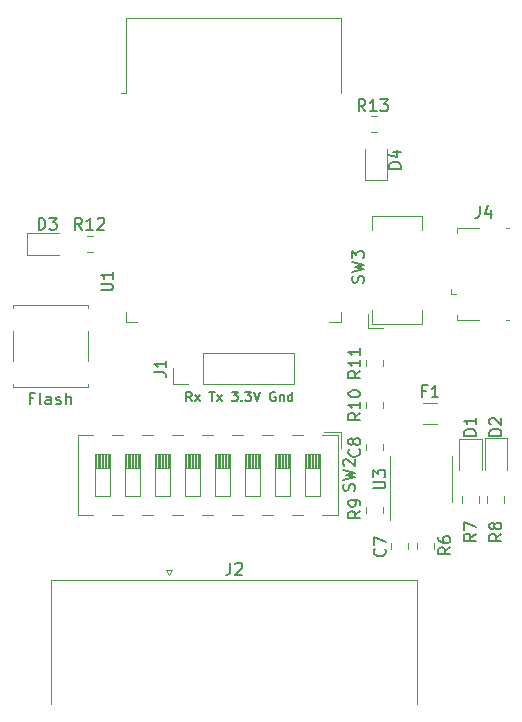
<source format=gto>
G04 #@! TF.GenerationSoftware,KiCad,Pcbnew,5.0.2-bee76a0~70~ubuntu18.04.1*
G04 #@! TF.CreationDate,2019-03-24T19:46:42+10:00*
G04 #@! TF.ProjectId,esp32_rs232_adapter,65737033-325f-4727-9332-33325f616461,rev?*
G04 #@! TF.SameCoordinates,Original*
G04 #@! TF.FileFunction,Legend,Top*
G04 #@! TF.FilePolarity,Positive*
%FSLAX46Y46*%
G04 Gerber Fmt 4.6, Leading zero omitted, Abs format (unit mm)*
G04 Created by KiCad (PCBNEW 5.0.2-bee76a0~70~ubuntu18.04.1) date Sun 24 Mar 2019 19:46:42 AEST*
%MOMM*%
%LPD*%
G01*
G04 APERTURE LIST*
%ADD10C,0.200000*%
%ADD11C,0.120000*%
%ADD12C,0.150000*%
G04 APERTURE END LIST*
D10*
X151409904Y-111867904D02*
X151143238Y-111486952D01*
X150952761Y-111867904D02*
X150952761Y-111067904D01*
X151257523Y-111067904D01*
X151333714Y-111106000D01*
X151371809Y-111144095D01*
X151409904Y-111220285D01*
X151409904Y-111334571D01*
X151371809Y-111410761D01*
X151333714Y-111448857D01*
X151257523Y-111486952D01*
X150952761Y-111486952D01*
X151676571Y-111867904D02*
X152095619Y-111334571D01*
X151676571Y-111334571D02*
X152095619Y-111867904D01*
X152895619Y-111067904D02*
X153352761Y-111067904D01*
X153124190Y-111867904D02*
X153124190Y-111067904D01*
X153543238Y-111867904D02*
X153962285Y-111334571D01*
X153543238Y-111334571D02*
X153962285Y-111867904D01*
X154800380Y-111067904D02*
X155295619Y-111067904D01*
X155028952Y-111372666D01*
X155143238Y-111372666D01*
X155219428Y-111410761D01*
X155257523Y-111448857D01*
X155295619Y-111525047D01*
X155295619Y-111715523D01*
X155257523Y-111791714D01*
X155219428Y-111829809D01*
X155143238Y-111867904D01*
X154914666Y-111867904D01*
X154838476Y-111829809D01*
X154800380Y-111791714D01*
X155638476Y-111791714D02*
X155676571Y-111829809D01*
X155638476Y-111867904D01*
X155600380Y-111829809D01*
X155638476Y-111791714D01*
X155638476Y-111867904D01*
X155943238Y-111067904D02*
X156438476Y-111067904D01*
X156171809Y-111372666D01*
X156286095Y-111372666D01*
X156362285Y-111410761D01*
X156400380Y-111448857D01*
X156438476Y-111525047D01*
X156438476Y-111715523D01*
X156400380Y-111791714D01*
X156362285Y-111829809D01*
X156286095Y-111867904D01*
X156057523Y-111867904D01*
X155981333Y-111829809D01*
X155943238Y-111791714D01*
X156667047Y-111067904D02*
X156933714Y-111867904D01*
X157200380Y-111067904D01*
X158495619Y-111106000D02*
X158419428Y-111067904D01*
X158305142Y-111067904D01*
X158190857Y-111106000D01*
X158114666Y-111182190D01*
X158076571Y-111258380D01*
X158038476Y-111410761D01*
X158038476Y-111525047D01*
X158076571Y-111677428D01*
X158114666Y-111753619D01*
X158190857Y-111829809D01*
X158305142Y-111867904D01*
X158381333Y-111867904D01*
X158495619Y-111829809D01*
X158533714Y-111791714D01*
X158533714Y-111525047D01*
X158381333Y-111525047D01*
X158876571Y-111334571D02*
X158876571Y-111867904D01*
X158876571Y-111410761D02*
X158914666Y-111372666D01*
X158990857Y-111334571D01*
X159105142Y-111334571D01*
X159181333Y-111372666D01*
X159219428Y-111448857D01*
X159219428Y-111867904D01*
X159943238Y-111867904D02*
X159943238Y-111067904D01*
X159943238Y-111829809D02*
X159867047Y-111867904D01*
X159714666Y-111867904D01*
X159638476Y-111829809D01*
X159600380Y-111791714D01*
X159562285Y-111715523D01*
X159562285Y-111486952D01*
X159600380Y-111410761D01*
X159638476Y-111372666D01*
X159714666Y-111334571D01*
X159867047Y-111334571D01*
X159943238Y-111372666D01*
D11*
G04 #@! TO.C,F1*
X170971936Y-111993000D02*
X172176064Y-111993000D01*
X170971936Y-113813000D02*
X172176064Y-113813000D01*
G04 #@! TO.C,C7*
X168327000Y-123898922D02*
X168327000Y-124416078D01*
X169747000Y-123898922D02*
X169747000Y-124416078D01*
G04 #@! TO.C,C8*
X167588000Y-115516922D02*
X167588000Y-116034078D01*
X166168000Y-115516922D02*
X166168000Y-116034078D01*
G04 #@! TO.C,D3*
X140143500Y-97592000D02*
X137458500Y-97592000D01*
X137458500Y-97592000D02*
X137458500Y-99512000D01*
X137458500Y-99512000D02*
X140143500Y-99512000D01*
G04 #@! TO.C,D4*
X167965000Y-93173500D02*
X167965000Y-90488500D01*
X166045000Y-93173500D02*
X167965000Y-93173500D01*
X166045000Y-90488500D02*
X166045000Y-93173500D01*
G04 #@! TO.C,J1*
X160080000Y-110423000D02*
X160080000Y-107763000D01*
X152400000Y-110423000D02*
X160080000Y-110423000D01*
X152400000Y-107763000D02*
X160080000Y-107763000D01*
X152400000Y-110423000D02*
X152400000Y-107763000D01*
X151130000Y-110423000D02*
X149800000Y-110423000D01*
X149800000Y-110423000D02*
X149800000Y-109093000D01*
G04 #@! TO.C,J4*
X173878500Y-104992000D02*
X173878500Y-104542000D01*
X175728500Y-104992000D02*
X173878500Y-104992000D01*
X178278500Y-97192000D02*
X178028500Y-97192000D01*
X178278500Y-104992000D02*
X178028500Y-104992000D01*
X175728500Y-97192000D02*
X173878500Y-97192000D01*
X173878500Y-97192000D02*
X173878500Y-97642000D01*
X173328500Y-102792000D02*
X173328500Y-102342000D01*
X173328500Y-102792000D02*
X173778500Y-102792000D01*
G04 #@! TO.C,R6*
X170486000Y-123898922D02*
X170486000Y-124416078D01*
X171906000Y-123898922D02*
X171906000Y-124416078D01*
G04 #@! TO.C,R7*
X175716000Y-120449078D02*
X175716000Y-119931922D01*
X174296000Y-120449078D02*
X174296000Y-119931922D01*
G04 #@! TO.C,R8*
X176455000Y-120449078D02*
X176455000Y-119931922D01*
X177875000Y-120449078D02*
X177875000Y-119931922D01*
G04 #@! TO.C,R9*
X167588000Y-120820922D02*
X167588000Y-121338078D01*
X166168000Y-120820922D02*
X166168000Y-121338078D01*
G04 #@! TO.C,R10*
X167588000Y-112478078D02*
X167588000Y-111960922D01*
X166168000Y-112478078D02*
X166168000Y-111960922D01*
G04 #@! TO.C,R11*
X166168000Y-108922078D02*
X166168000Y-108404922D01*
X167588000Y-108922078D02*
X167588000Y-108404922D01*
G04 #@! TO.C,R12*
X143055078Y-97842000D02*
X142537922Y-97842000D01*
X143055078Y-99262000D02*
X142537922Y-99262000D01*
G04 #@! TO.C,R13*
X166570922Y-89102000D02*
X167088078Y-89102000D01*
X166570922Y-87682000D02*
X167088078Y-87682000D01*
G04 #@! TO.C,Flash*
X142596000Y-110388000D02*
X142596000Y-110638000D01*
X142596000Y-110638000D02*
X136296000Y-110638000D01*
X136296000Y-110638000D02*
X136296000Y-110388000D01*
X142596000Y-105888000D02*
X142596000Y-108488000D01*
X136296000Y-103988000D02*
X136296000Y-103738000D01*
X136296000Y-103738000D02*
X142596000Y-103738000D01*
X142596000Y-103738000D02*
X142596000Y-103988000D01*
X136296000Y-108488000D02*
X136296000Y-105888000D01*
G04 #@! TO.C,U1*
X145820000Y-104350000D02*
X145820000Y-105130000D01*
X145820000Y-105130000D02*
X146820000Y-105130000D01*
X164060000Y-104350000D02*
X164060000Y-105130000D01*
X164060000Y-105130000D02*
X163060000Y-105130000D01*
X145820000Y-79385000D02*
X164060000Y-79385000D01*
X164060000Y-79385000D02*
X164060000Y-85805000D01*
X145820000Y-79385000D02*
X145820000Y-85805000D01*
X145820000Y-85805000D02*
X145440000Y-85805000D01*
G04 #@! TO.C,U3*
X173450000Y-118491000D02*
X173450000Y-116541000D01*
X173450000Y-118491000D02*
X173450000Y-120441000D01*
X168180000Y-118491000D02*
X168180000Y-116541000D01*
X168180000Y-118491000D02*
X168180000Y-121941000D01*
G04 #@! TO.C,SW2*
X163781000Y-114700000D02*
X163781000Y-121520000D01*
X141780000Y-114700000D02*
X141780000Y-121520000D01*
X163781000Y-114700000D02*
X162471000Y-114700000D01*
X160871000Y-114700000D02*
X159931000Y-114700000D01*
X158331000Y-114700000D02*
X157391000Y-114700000D01*
X155791000Y-114700000D02*
X154851000Y-114700000D01*
X153251000Y-114700000D02*
X152311000Y-114700000D01*
X150711000Y-114700000D02*
X149771000Y-114700000D01*
X148171000Y-114700000D02*
X147231000Y-114700000D01*
X145631000Y-114700000D02*
X144691000Y-114700000D01*
X143091000Y-114700000D02*
X141780000Y-114700000D01*
X143091000Y-121520000D02*
X141780000Y-121520000D01*
X145630000Y-121520000D02*
X144691000Y-121520000D01*
X148170000Y-121520000D02*
X147230000Y-121520000D01*
X150710000Y-121520000D02*
X149770000Y-121520000D01*
X153250000Y-121520000D02*
X152310000Y-121520000D01*
X155790000Y-121520000D02*
X154850000Y-121520000D01*
X158330000Y-121520000D02*
X157390000Y-121520000D01*
X163781000Y-121520000D02*
X162471000Y-121520000D01*
X160870000Y-121520000D02*
X159930000Y-121520000D01*
X164021000Y-114460000D02*
X164021000Y-115843000D01*
X164021000Y-114460000D02*
X162638000Y-114460000D01*
X162306000Y-116300000D02*
X161036000Y-116300000D01*
X161036000Y-116300000D02*
X161036000Y-119920000D01*
X161036000Y-119920000D02*
X162306000Y-119920000D01*
X162306000Y-119920000D02*
X162306000Y-116300000D01*
X162186000Y-116300000D02*
X162186000Y-117506667D01*
X162066000Y-116300000D02*
X162066000Y-117506667D01*
X161946000Y-116300000D02*
X161946000Y-117506667D01*
X161826000Y-116300000D02*
X161826000Y-117506667D01*
X161706000Y-116300000D02*
X161706000Y-117506667D01*
X161586000Y-116300000D02*
X161586000Y-117506667D01*
X161466000Y-116300000D02*
X161466000Y-117506667D01*
X161346000Y-116300000D02*
X161346000Y-117506667D01*
X161226000Y-116300000D02*
X161226000Y-117506667D01*
X161106000Y-116300000D02*
X161106000Y-117506667D01*
X162306000Y-117506667D02*
X161036000Y-117506667D01*
X159766000Y-116300000D02*
X158496000Y-116300000D01*
X158496000Y-116300000D02*
X158496000Y-119920000D01*
X158496000Y-119920000D02*
X159766000Y-119920000D01*
X159766000Y-119920000D02*
X159766000Y-116300000D01*
X159646000Y-116300000D02*
X159646000Y-117506667D01*
X159526000Y-116300000D02*
X159526000Y-117506667D01*
X159406000Y-116300000D02*
X159406000Y-117506667D01*
X159286000Y-116300000D02*
X159286000Y-117506667D01*
X159166000Y-116300000D02*
X159166000Y-117506667D01*
X159046000Y-116300000D02*
X159046000Y-117506667D01*
X158926000Y-116300000D02*
X158926000Y-117506667D01*
X158806000Y-116300000D02*
X158806000Y-117506667D01*
X158686000Y-116300000D02*
X158686000Y-117506667D01*
X158566000Y-116300000D02*
X158566000Y-117506667D01*
X159766000Y-117506667D02*
X158496000Y-117506667D01*
X157226000Y-116300000D02*
X155956000Y-116300000D01*
X155956000Y-116300000D02*
X155956000Y-119920000D01*
X155956000Y-119920000D02*
X157226000Y-119920000D01*
X157226000Y-119920000D02*
X157226000Y-116300000D01*
X157106000Y-116300000D02*
X157106000Y-117506667D01*
X156986000Y-116300000D02*
X156986000Y-117506667D01*
X156866000Y-116300000D02*
X156866000Y-117506667D01*
X156746000Y-116300000D02*
X156746000Y-117506667D01*
X156626000Y-116300000D02*
X156626000Y-117506667D01*
X156506000Y-116300000D02*
X156506000Y-117506667D01*
X156386000Y-116300000D02*
X156386000Y-117506667D01*
X156266000Y-116300000D02*
X156266000Y-117506667D01*
X156146000Y-116300000D02*
X156146000Y-117506667D01*
X156026000Y-116300000D02*
X156026000Y-117506667D01*
X157226000Y-117506667D02*
X155956000Y-117506667D01*
X154686000Y-116300000D02*
X153416000Y-116300000D01*
X153416000Y-116300000D02*
X153416000Y-119920000D01*
X153416000Y-119920000D02*
X154686000Y-119920000D01*
X154686000Y-119920000D02*
X154686000Y-116300000D01*
X154566000Y-116300000D02*
X154566000Y-117506667D01*
X154446000Y-116300000D02*
X154446000Y-117506667D01*
X154326000Y-116300000D02*
X154326000Y-117506667D01*
X154206000Y-116300000D02*
X154206000Y-117506667D01*
X154086000Y-116300000D02*
X154086000Y-117506667D01*
X153966000Y-116300000D02*
X153966000Y-117506667D01*
X153846000Y-116300000D02*
X153846000Y-117506667D01*
X153726000Y-116300000D02*
X153726000Y-117506667D01*
X153606000Y-116300000D02*
X153606000Y-117506667D01*
X153486000Y-116300000D02*
X153486000Y-117506667D01*
X154686000Y-117506667D02*
X153416000Y-117506667D01*
X152146000Y-116300000D02*
X150876000Y-116300000D01*
X150876000Y-116300000D02*
X150876000Y-119920000D01*
X150876000Y-119920000D02*
X152146000Y-119920000D01*
X152146000Y-119920000D02*
X152146000Y-116300000D01*
X152026000Y-116300000D02*
X152026000Y-117506667D01*
X151906000Y-116300000D02*
X151906000Y-117506667D01*
X151786000Y-116300000D02*
X151786000Y-117506667D01*
X151666000Y-116300000D02*
X151666000Y-117506667D01*
X151546000Y-116300000D02*
X151546000Y-117506667D01*
X151426000Y-116300000D02*
X151426000Y-117506667D01*
X151306000Y-116300000D02*
X151306000Y-117506667D01*
X151186000Y-116300000D02*
X151186000Y-117506667D01*
X151066000Y-116300000D02*
X151066000Y-117506667D01*
X150946000Y-116300000D02*
X150946000Y-117506667D01*
X152146000Y-117506667D02*
X150876000Y-117506667D01*
X149606000Y-116300000D02*
X148336000Y-116300000D01*
X148336000Y-116300000D02*
X148336000Y-119920000D01*
X148336000Y-119920000D02*
X149606000Y-119920000D01*
X149606000Y-119920000D02*
X149606000Y-116300000D01*
X149486000Y-116300000D02*
X149486000Y-117506667D01*
X149366000Y-116300000D02*
X149366000Y-117506667D01*
X149246000Y-116300000D02*
X149246000Y-117506667D01*
X149126000Y-116300000D02*
X149126000Y-117506667D01*
X149006000Y-116300000D02*
X149006000Y-117506667D01*
X148886000Y-116300000D02*
X148886000Y-117506667D01*
X148766000Y-116300000D02*
X148766000Y-117506667D01*
X148646000Y-116300000D02*
X148646000Y-117506667D01*
X148526000Y-116300000D02*
X148526000Y-117506667D01*
X148406000Y-116300000D02*
X148406000Y-117506667D01*
X149606000Y-117506667D02*
X148336000Y-117506667D01*
X147066000Y-116300000D02*
X145796000Y-116300000D01*
X145796000Y-116300000D02*
X145796000Y-119920000D01*
X145796000Y-119920000D02*
X147066000Y-119920000D01*
X147066000Y-119920000D02*
X147066000Y-116300000D01*
X146946000Y-116300000D02*
X146946000Y-117506667D01*
X146826000Y-116300000D02*
X146826000Y-117506667D01*
X146706000Y-116300000D02*
X146706000Y-117506667D01*
X146586000Y-116300000D02*
X146586000Y-117506667D01*
X146466000Y-116300000D02*
X146466000Y-117506667D01*
X146346000Y-116300000D02*
X146346000Y-117506667D01*
X146226000Y-116300000D02*
X146226000Y-117506667D01*
X146106000Y-116300000D02*
X146106000Y-117506667D01*
X145986000Y-116300000D02*
X145986000Y-117506667D01*
X145866000Y-116300000D02*
X145866000Y-117506667D01*
X147066000Y-117506667D02*
X145796000Y-117506667D01*
X144526000Y-116300000D02*
X143256000Y-116300000D01*
X143256000Y-116300000D02*
X143256000Y-119920000D01*
X143256000Y-119920000D02*
X144526000Y-119920000D01*
X144526000Y-119920000D02*
X144526000Y-116300000D01*
X144406000Y-116300000D02*
X144406000Y-117506667D01*
X144286000Y-116300000D02*
X144286000Y-117506667D01*
X144166000Y-116300000D02*
X144166000Y-117506667D01*
X144046000Y-116300000D02*
X144046000Y-117506667D01*
X143926000Y-116300000D02*
X143926000Y-117506667D01*
X143806000Y-116300000D02*
X143806000Y-117506667D01*
X143686000Y-116300000D02*
X143686000Y-117506667D01*
X143566000Y-116300000D02*
X143566000Y-117506667D01*
X143446000Y-116300000D02*
X143446000Y-117506667D01*
X143326000Y-116300000D02*
X143326000Y-117506667D01*
X144526000Y-117506667D02*
X143256000Y-117506667D01*
G04 #@! TO.C,D1*
X175966000Y-117713000D02*
X175966000Y-115028000D01*
X175966000Y-115028000D02*
X174046000Y-115028000D01*
X174046000Y-115028000D02*
X174046000Y-117713000D01*
G04 #@! TO.C,D2*
X176205000Y-114979500D02*
X176205000Y-117664500D01*
X178125000Y-114979500D02*
X176205000Y-114979500D01*
X178125000Y-117664500D02*
X178125000Y-114979500D01*
G04 #@! TO.C,J2*
X139534000Y-137514000D02*
X139534000Y-127034000D01*
X139534000Y-127034000D02*
X170504000Y-127034000D01*
X170504000Y-127034000D02*
X170504000Y-137514000D01*
X149229000Y-126139662D02*
X149729000Y-126139662D01*
X149729000Y-126139662D02*
X149479000Y-126572675D01*
X149479000Y-126572675D02*
X149229000Y-126139662D01*
G04 #@! TO.C,SW3*
X166382000Y-105651000D02*
X167582000Y-105651000D01*
X166382000Y-104451000D02*
X166382000Y-105651000D01*
X170882000Y-96151000D02*
X170882000Y-97351000D01*
X166682000Y-96151000D02*
X170882000Y-96151000D01*
X166682000Y-97351000D02*
X166682000Y-96151000D01*
X170882000Y-105351000D02*
X170882000Y-104151000D01*
X166682000Y-105351000D02*
X170882000Y-105351000D01*
X166682000Y-104151000D02*
X166682000Y-105351000D01*
G04 #@! TO.C,F1*
D12*
X171240666Y-111011571D02*
X170907333Y-111011571D01*
X170907333Y-111535380D02*
X170907333Y-110535380D01*
X171383523Y-110535380D01*
X172288285Y-111535380D02*
X171716857Y-111535380D01*
X172002571Y-111535380D02*
X172002571Y-110535380D01*
X171907333Y-110678238D01*
X171812095Y-110773476D01*
X171716857Y-110821095D01*
G04 #@! TO.C,C7*
X167743142Y-124372666D02*
X167790761Y-124420285D01*
X167838380Y-124563142D01*
X167838380Y-124658380D01*
X167790761Y-124801238D01*
X167695523Y-124896476D01*
X167600285Y-124944095D01*
X167409809Y-124991714D01*
X167266952Y-124991714D01*
X167076476Y-124944095D01*
X166981238Y-124896476D01*
X166886000Y-124801238D01*
X166838380Y-124658380D01*
X166838380Y-124563142D01*
X166886000Y-124420285D01*
X166933619Y-124372666D01*
X166838380Y-124039333D02*
X166838380Y-123372666D01*
X167838380Y-123801238D01*
G04 #@! TO.C,C8*
X165584142Y-115942166D02*
X165631761Y-115989785D01*
X165679380Y-116132642D01*
X165679380Y-116227880D01*
X165631761Y-116370738D01*
X165536523Y-116465976D01*
X165441285Y-116513595D01*
X165250809Y-116561214D01*
X165107952Y-116561214D01*
X164917476Y-116513595D01*
X164822238Y-116465976D01*
X164727000Y-116370738D01*
X164679380Y-116227880D01*
X164679380Y-116132642D01*
X164727000Y-115989785D01*
X164774619Y-115942166D01*
X165107952Y-115370738D02*
X165060333Y-115465976D01*
X165012714Y-115513595D01*
X164917476Y-115561214D01*
X164869857Y-115561214D01*
X164774619Y-115513595D01*
X164727000Y-115465976D01*
X164679380Y-115370738D01*
X164679380Y-115180261D01*
X164727000Y-115085023D01*
X164774619Y-115037404D01*
X164869857Y-114989785D01*
X164917476Y-114989785D01*
X165012714Y-115037404D01*
X165060333Y-115085023D01*
X165107952Y-115180261D01*
X165107952Y-115370738D01*
X165155571Y-115465976D01*
X165203190Y-115513595D01*
X165298428Y-115561214D01*
X165488904Y-115561214D01*
X165584142Y-115513595D01*
X165631761Y-115465976D01*
X165679380Y-115370738D01*
X165679380Y-115180261D01*
X165631761Y-115085023D01*
X165584142Y-115037404D01*
X165488904Y-114989785D01*
X165298428Y-114989785D01*
X165203190Y-115037404D01*
X165155571Y-115085023D01*
X165107952Y-115180261D01*
G04 #@! TO.C,D3*
X138453904Y-97353380D02*
X138453904Y-96353380D01*
X138692000Y-96353380D01*
X138834857Y-96401000D01*
X138930095Y-96496238D01*
X138977714Y-96591476D01*
X139025333Y-96781952D01*
X139025333Y-96924809D01*
X138977714Y-97115285D01*
X138930095Y-97210523D01*
X138834857Y-97305761D01*
X138692000Y-97353380D01*
X138453904Y-97353380D01*
X139358666Y-96353380D02*
X139977714Y-96353380D01*
X139644380Y-96734333D01*
X139787238Y-96734333D01*
X139882476Y-96781952D01*
X139930095Y-96829571D01*
X139977714Y-96924809D01*
X139977714Y-97162904D01*
X139930095Y-97258142D01*
X139882476Y-97305761D01*
X139787238Y-97353380D01*
X139501523Y-97353380D01*
X139406285Y-97305761D01*
X139358666Y-97258142D01*
G04 #@! TO.C,D4*
X169108380Y-92178095D02*
X168108380Y-92178095D01*
X168108380Y-91940000D01*
X168156000Y-91797142D01*
X168251238Y-91701904D01*
X168346476Y-91654285D01*
X168536952Y-91606666D01*
X168679809Y-91606666D01*
X168870285Y-91654285D01*
X168965523Y-91701904D01*
X169060761Y-91797142D01*
X169108380Y-91940000D01*
X169108380Y-92178095D01*
X168441714Y-90749523D02*
X169108380Y-90749523D01*
X168060761Y-90987619D02*
X168775047Y-91225714D01*
X168775047Y-90606666D01*
G04 #@! TO.C,J1*
X148252380Y-109426333D02*
X148966666Y-109426333D01*
X149109523Y-109473952D01*
X149204761Y-109569190D01*
X149252380Y-109712047D01*
X149252380Y-109807285D01*
X149252380Y-108426333D02*
X149252380Y-108997761D01*
X149252380Y-108712047D02*
X148252380Y-108712047D01*
X148395238Y-108807285D01*
X148490476Y-108902523D01*
X148538095Y-108997761D01*
G04 #@! TO.C,J4*
X175815666Y-95337380D02*
X175815666Y-96051666D01*
X175768047Y-96194523D01*
X175672809Y-96289761D01*
X175529952Y-96337380D01*
X175434714Y-96337380D01*
X176720428Y-95670714D02*
X176720428Y-96337380D01*
X176482333Y-95289761D02*
X176244238Y-96004047D01*
X176863285Y-96004047D01*
G04 #@! TO.C,R6*
X173299380Y-124245666D02*
X172823190Y-124579000D01*
X173299380Y-124817095D02*
X172299380Y-124817095D01*
X172299380Y-124436142D01*
X172347000Y-124340904D01*
X172394619Y-124293285D01*
X172489857Y-124245666D01*
X172632714Y-124245666D01*
X172727952Y-124293285D01*
X172775571Y-124340904D01*
X172823190Y-124436142D01*
X172823190Y-124817095D01*
X172299380Y-123388523D02*
X172299380Y-123579000D01*
X172347000Y-123674238D01*
X172394619Y-123721857D01*
X172537476Y-123817095D01*
X172727952Y-123864714D01*
X173108904Y-123864714D01*
X173204142Y-123817095D01*
X173251761Y-123769476D01*
X173299380Y-123674238D01*
X173299380Y-123483761D01*
X173251761Y-123388523D01*
X173204142Y-123340904D01*
X173108904Y-123293285D01*
X172870809Y-123293285D01*
X172775571Y-123340904D01*
X172727952Y-123388523D01*
X172680333Y-123483761D01*
X172680333Y-123674238D01*
X172727952Y-123769476D01*
X172775571Y-123817095D01*
X172870809Y-123864714D01*
G04 #@! TO.C,R7*
X175458380Y-123102666D02*
X174982190Y-123436000D01*
X175458380Y-123674095D02*
X174458380Y-123674095D01*
X174458380Y-123293142D01*
X174506000Y-123197904D01*
X174553619Y-123150285D01*
X174648857Y-123102666D01*
X174791714Y-123102666D01*
X174886952Y-123150285D01*
X174934571Y-123197904D01*
X174982190Y-123293142D01*
X174982190Y-123674095D01*
X174458380Y-122769333D02*
X174458380Y-122102666D01*
X175458380Y-122531238D01*
G04 #@! TO.C,R8*
X177617380Y-123102666D02*
X177141190Y-123436000D01*
X177617380Y-123674095D02*
X176617380Y-123674095D01*
X176617380Y-123293142D01*
X176665000Y-123197904D01*
X176712619Y-123150285D01*
X176807857Y-123102666D01*
X176950714Y-123102666D01*
X177045952Y-123150285D01*
X177093571Y-123197904D01*
X177141190Y-123293142D01*
X177141190Y-123674095D01*
X177045952Y-122531238D02*
X176998333Y-122626476D01*
X176950714Y-122674095D01*
X176855476Y-122721714D01*
X176807857Y-122721714D01*
X176712619Y-122674095D01*
X176665000Y-122626476D01*
X176617380Y-122531238D01*
X176617380Y-122340761D01*
X176665000Y-122245523D01*
X176712619Y-122197904D01*
X176807857Y-122150285D01*
X176855476Y-122150285D01*
X176950714Y-122197904D01*
X176998333Y-122245523D01*
X177045952Y-122340761D01*
X177045952Y-122531238D01*
X177093571Y-122626476D01*
X177141190Y-122674095D01*
X177236428Y-122721714D01*
X177426904Y-122721714D01*
X177522142Y-122674095D01*
X177569761Y-122626476D01*
X177617380Y-122531238D01*
X177617380Y-122340761D01*
X177569761Y-122245523D01*
X177522142Y-122197904D01*
X177426904Y-122150285D01*
X177236428Y-122150285D01*
X177141190Y-122197904D01*
X177093571Y-122245523D01*
X177045952Y-122340761D01*
G04 #@! TO.C,R9*
X165679380Y-121167666D02*
X165203190Y-121501000D01*
X165679380Y-121739095D02*
X164679380Y-121739095D01*
X164679380Y-121358142D01*
X164727000Y-121262904D01*
X164774619Y-121215285D01*
X164869857Y-121167666D01*
X165012714Y-121167666D01*
X165107952Y-121215285D01*
X165155571Y-121262904D01*
X165203190Y-121358142D01*
X165203190Y-121739095D01*
X165679380Y-120691476D02*
X165679380Y-120501000D01*
X165631761Y-120405761D01*
X165584142Y-120358142D01*
X165441285Y-120262904D01*
X165250809Y-120215285D01*
X164869857Y-120215285D01*
X164774619Y-120262904D01*
X164727000Y-120310523D01*
X164679380Y-120405761D01*
X164679380Y-120596238D01*
X164727000Y-120691476D01*
X164774619Y-120739095D01*
X164869857Y-120786714D01*
X165107952Y-120786714D01*
X165203190Y-120739095D01*
X165250809Y-120691476D01*
X165298428Y-120596238D01*
X165298428Y-120405761D01*
X165250809Y-120310523D01*
X165203190Y-120262904D01*
X165107952Y-120215285D01*
G04 #@! TO.C,R10*
X165680380Y-112862357D02*
X165204190Y-113195690D01*
X165680380Y-113433785D02*
X164680380Y-113433785D01*
X164680380Y-113052833D01*
X164728000Y-112957595D01*
X164775619Y-112909976D01*
X164870857Y-112862357D01*
X165013714Y-112862357D01*
X165108952Y-112909976D01*
X165156571Y-112957595D01*
X165204190Y-113052833D01*
X165204190Y-113433785D01*
X165680380Y-111909976D02*
X165680380Y-112481404D01*
X165680380Y-112195690D02*
X164680380Y-112195690D01*
X164823238Y-112290928D01*
X164918476Y-112386166D01*
X164966095Y-112481404D01*
X164680380Y-111290928D02*
X164680380Y-111195690D01*
X164728000Y-111100452D01*
X164775619Y-111052833D01*
X164870857Y-111005214D01*
X165061333Y-110957595D01*
X165299428Y-110957595D01*
X165489904Y-111005214D01*
X165585142Y-111052833D01*
X165632761Y-111100452D01*
X165680380Y-111195690D01*
X165680380Y-111290928D01*
X165632761Y-111386166D01*
X165585142Y-111433785D01*
X165489904Y-111481404D01*
X165299428Y-111529023D01*
X165061333Y-111529023D01*
X164870857Y-111481404D01*
X164775619Y-111433785D01*
X164728000Y-111386166D01*
X164680380Y-111290928D01*
G04 #@! TO.C,R11*
X165680380Y-109306357D02*
X165204190Y-109639690D01*
X165680380Y-109877785D02*
X164680380Y-109877785D01*
X164680380Y-109496833D01*
X164728000Y-109401595D01*
X164775619Y-109353976D01*
X164870857Y-109306357D01*
X165013714Y-109306357D01*
X165108952Y-109353976D01*
X165156571Y-109401595D01*
X165204190Y-109496833D01*
X165204190Y-109877785D01*
X165680380Y-108353976D02*
X165680380Y-108925404D01*
X165680380Y-108639690D02*
X164680380Y-108639690D01*
X164823238Y-108734928D01*
X164918476Y-108830166D01*
X164966095Y-108925404D01*
X165680380Y-107401595D02*
X165680380Y-107973023D01*
X165680380Y-107687309D02*
X164680380Y-107687309D01*
X164823238Y-107782547D01*
X164918476Y-107877785D01*
X164966095Y-107973023D01*
G04 #@! TO.C,R12*
X142105142Y-97353380D02*
X141771809Y-96877190D01*
X141533714Y-97353380D02*
X141533714Y-96353380D01*
X141914666Y-96353380D01*
X142009904Y-96401000D01*
X142057523Y-96448619D01*
X142105142Y-96543857D01*
X142105142Y-96686714D01*
X142057523Y-96781952D01*
X142009904Y-96829571D01*
X141914666Y-96877190D01*
X141533714Y-96877190D01*
X143057523Y-97353380D02*
X142486095Y-97353380D01*
X142771809Y-97353380D02*
X142771809Y-96353380D01*
X142676571Y-96496238D01*
X142581333Y-96591476D01*
X142486095Y-96639095D01*
X143438476Y-96448619D02*
X143486095Y-96401000D01*
X143581333Y-96353380D01*
X143819428Y-96353380D01*
X143914666Y-96401000D01*
X143962285Y-96448619D01*
X144009904Y-96543857D01*
X144009904Y-96639095D01*
X143962285Y-96781952D01*
X143390857Y-97353380D01*
X144009904Y-97353380D01*
G04 #@! TO.C,R13*
X166108142Y-87320380D02*
X165774809Y-86844190D01*
X165536714Y-87320380D02*
X165536714Y-86320380D01*
X165917666Y-86320380D01*
X166012904Y-86368000D01*
X166060523Y-86415619D01*
X166108142Y-86510857D01*
X166108142Y-86653714D01*
X166060523Y-86748952D01*
X166012904Y-86796571D01*
X165917666Y-86844190D01*
X165536714Y-86844190D01*
X167060523Y-87320380D02*
X166489095Y-87320380D01*
X166774809Y-87320380D02*
X166774809Y-86320380D01*
X166679571Y-86463238D01*
X166584333Y-86558476D01*
X166489095Y-86606095D01*
X167393857Y-86320380D02*
X168012904Y-86320380D01*
X167679571Y-86701333D01*
X167822428Y-86701333D01*
X167917666Y-86748952D01*
X167965285Y-86796571D01*
X168012904Y-86891809D01*
X168012904Y-87129904D01*
X167965285Y-87225142D01*
X167917666Y-87272761D01*
X167822428Y-87320380D01*
X167536714Y-87320380D01*
X167441476Y-87272761D01*
X167393857Y-87225142D01*
G04 #@! TO.C,Flash*
X138017428Y-111616571D02*
X137684095Y-111616571D01*
X137684095Y-112140380D02*
X137684095Y-111140380D01*
X138160285Y-111140380D01*
X138684095Y-112140380D02*
X138588857Y-112092761D01*
X138541238Y-111997523D01*
X138541238Y-111140380D01*
X139493619Y-112140380D02*
X139493619Y-111616571D01*
X139446000Y-111521333D01*
X139350761Y-111473714D01*
X139160285Y-111473714D01*
X139065047Y-111521333D01*
X139493619Y-112092761D02*
X139398380Y-112140380D01*
X139160285Y-112140380D01*
X139065047Y-112092761D01*
X139017428Y-111997523D01*
X139017428Y-111902285D01*
X139065047Y-111807047D01*
X139160285Y-111759428D01*
X139398380Y-111759428D01*
X139493619Y-111711809D01*
X139922190Y-112092761D02*
X140017428Y-112140380D01*
X140207904Y-112140380D01*
X140303142Y-112092761D01*
X140350761Y-111997523D01*
X140350761Y-111949904D01*
X140303142Y-111854666D01*
X140207904Y-111807047D01*
X140065047Y-111807047D01*
X139969809Y-111759428D01*
X139922190Y-111664190D01*
X139922190Y-111616571D01*
X139969809Y-111521333D01*
X140065047Y-111473714D01*
X140207904Y-111473714D01*
X140303142Y-111521333D01*
X140779333Y-112140380D02*
X140779333Y-111140380D01*
X141207904Y-112140380D02*
X141207904Y-111616571D01*
X141160285Y-111521333D01*
X141065047Y-111473714D01*
X140922190Y-111473714D01*
X140826952Y-111521333D01*
X140779333Y-111568952D01*
G04 #@! TO.C,U1*
X143724380Y-102488904D02*
X144533904Y-102488904D01*
X144629142Y-102441285D01*
X144676761Y-102393666D01*
X144724380Y-102298428D01*
X144724380Y-102107952D01*
X144676761Y-102012714D01*
X144629142Y-101965095D01*
X144533904Y-101917476D01*
X143724380Y-101917476D01*
X144724380Y-100917476D02*
X144724380Y-101488904D01*
X144724380Y-101203190D02*
X143724380Y-101203190D01*
X143867238Y-101298428D01*
X143962476Y-101393666D01*
X144010095Y-101488904D01*
G04 #@! TO.C,U3*
X166787380Y-119252904D02*
X167596904Y-119252904D01*
X167692142Y-119205285D01*
X167739761Y-119157666D01*
X167787380Y-119062428D01*
X167787380Y-118871952D01*
X167739761Y-118776714D01*
X167692142Y-118729095D01*
X167596904Y-118681476D01*
X166787380Y-118681476D01*
X166787380Y-118300523D02*
X166787380Y-117681476D01*
X167168333Y-118014809D01*
X167168333Y-117871952D01*
X167215952Y-117776714D01*
X167263571Y-117729095D01*
X167358809Y-117681476D01*
X167596904Y-117681476D01*
X167692142Y-117729095D01*
X167739761Y-117776714D01*
X167787380Y-117871952D01*
X167787380Y-118157666D01*
X167739761Y-118252904D01*
X167692142Y-118300523D01*
G04 #@! TO.C,SW2*
X165185761Y-119443333D02*
X165233380Y-119300476D01*
X165233380Y-119062380D01*
X165185761Y-118967142D01*
X165138142Y-118919523D01*
X165042904Y-118871904D01*
X164947666Y-118871904D01*
X164852428Y-118919523D01*
X164804809Y-118967142D01*
X164757190Y-119062380D01*
X164709571Y-119252857D01*
X164661952Y-119348095D01*
X164614333Y-119395714D01*
X164519095Y-119443333D01*
X164423857Y-119443333D01*
X164328619Y-119395714D01*
X164281000Y-119348095D01*
X164233380Y-119252857D01*
X164233380Y-119014761D01*
X164281000Y-118871904D01*
X164233380Y-118538571D02*
X165233380Y-118300476D01*
X164519095Y-118110000D01*
X165233380Y-117919523D01*
X164233380Y-117681428D01*
X164328619Y-117348095D02*
X164281000Y-117300476D01*
X164233380Y-117205238D01*
X164233380Y-116967142D01*
X164281000Y-116871904D01*
X164328619Y-116824285D01*
X164423857Y-116776666D01*
X164519095Y-116776666D01*
X164661952Y-116824285D01*
X165233380Y-117395714D01*
X165233380Y-116776666D01*
G04 #@! TO.C,D1*
X175458380Y-114784095D02*
X174458380Y-114784095D01*
X174458380Y-114546000D01*
X174506000Y-114403142D01*
X174601238Y-114307904D01*
X174696476Y-114260285D01*
X174886952Y-114212666D01*
X175029809Y-114212666D01*
X175220285Y-114260285D01*
X175315523Y-114307904D01*
X175410761Y-114403142D01*
X175458380Y-114546000D01*
X175458380Y-114784095D01*
X175458380Y-113260285D02*
X175458380Y-113831714D01*
X175458380Y-113546000D02*
X174458380Y-113546000D01*
X174601238Y-113641238D01*
X174696476Y-113736476D01*
X174744095Y-113831714D01*
G04 #@! TO.C,D2*
X177617380Y-114784095D02*
X176617380Y-114784095D01*
X176617380Y-114546000D01*
X176665000Y-114403142D01*
X176760238Y-114307904D01*
X176855476Y-114260285D01*
X177045952Y-114212666D01*
X177188809Y-114212666D01*
X177379285Y-114260285D01*
X177474523Y-114307904D01*
X177569761Y-114403142D01*
X177617380Y-114546000D01*
X177617380Y-114784095D01*
X176712619Y-113831714D02*
X176665000Y-113784095D01*
X176617380Y-113688857D01*
X176617380Y-113450761D01*
X176665000Y-113355523D01*
X176712619Y-113307904D01*
X176807857Y-113260285D01*
X176903095Y-113260285D01*
X177045952Y-113307904D01*
X177617380Y-113879333D01*
X177617380Y-113260285D01*
G04 #@! TO.C,J2*
X154685666Y-125546380D02*
X154685666Y-126260666D01*
X154638047Y-126403523D01*
X154542809Y-126498761D01*
X154399952Y-126546380D01*
X154304714Y-126546380D01*
X155114238Y-125641619D02*
X155161857Y-125594000D01*
X155257095Y-125546380D01*
X155495190Y-125546380D01*
X155590428Y-125594000D01*
X155638047Y-125641619D01*
X155685666Y-125736857D01*
X155685666Y-125832095D01*
X155638047Y-125974952D01*
X155066619Y-126546380D01*
X155685666Y-126546380D01*
G04 #@! TO.C,SW3*
X165936761Y-101834333D02*
X165984380Y-101691476D01*
X165984380Y-101453380D01*
X165936761Y-101358142D01*
X165889142Y-101310523D01*
X165793904Y-101262904D01*
X165698666Y-101262904D01*
X165603428Y-101310523D01*
X165555809Y-101358142D01*
X165508190Y-101453380D01*
X165460571Y-101643857D01*
X165412952Y-101739095D01*
X165365333Y-101786714D01*
X165270095Y-101834333D01*
X165174857Y-101834333D01*
X165079619Y-101786714D01*
X165032000Y-101739095D01*
X164984380Y-101643857D01*
X164984380Y-101405761D01*
X165032000Y-101262904D01*
X164984380Y-100929571D02*
X165984380Y-100691476D01*
X165270095Y-100501000D01*
X165984380Y-100310523D01*
X164984380Y-100072428D01*
X164984380Y-99786714D02*
X164984380Y-99167666D01*
X165365333Y-99501000D01*
X165365333Y-99358142D01*
X165412952Y-99262904D01*
X165460571Y-99215285D01*
X165555809Y-99167666D01*
X165793904Y-99167666D01*
X165889142Y-99215285D01*
X165936761Y-99262904D01*
X165984380Y-99358142D01*
X165984380Y-99643857D01*
X165936761Y-99739095D01*
X165889142Y-99786714D01*
G04 #@! TD*
M02*

</source>
